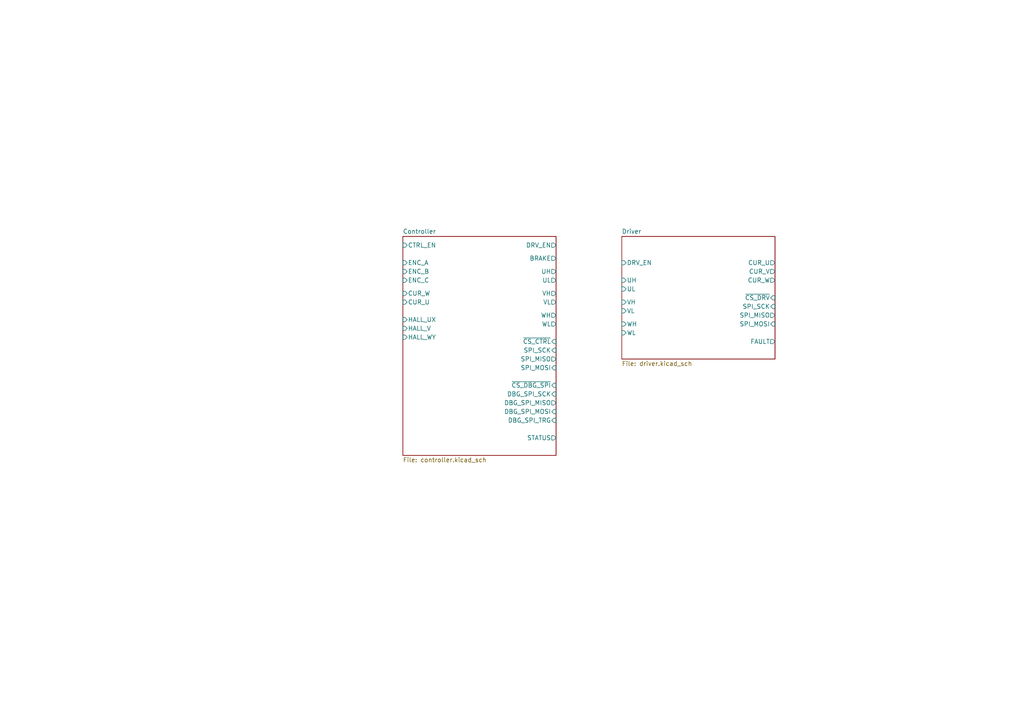
<source format=kicad_sch>
(kicad_sch (version 20230121) (generator eeschema)
  (paper "A4")
  (lib_symbols)
  (sheet (at 116.84 68.58) (size 44.45 63.5) (stroke (width 0.1524))
    (property "Sheetname" "Controller" (at 116.84 67.8684 0) (effects (justify left bottom)))
    (property "Sheetfile" "controller.kicad_sch" (at 116.84 132.6646 0) (effects (justify left top)))
    (pin "ENC_C" input (at 116.84 81.28 180))
    (pin "ENC_A" input (at 116.84 76.2 180))
    (pin "ENC_B" input (at 116.84 78.74 180))
    (pin "HALL_WY" input (at 116.84 97.79 180))
    (pin "HALL_V" input (at 116.84 95.25 180))
    (pin "HALL_UX" input (at 116.84 92.71 180))
    (pin "CTRL_EN" input (at 116.84 71.12 180))
    (pin "~{CS_CTRL}" input (at 161.29 99.06 0))
    (pin "SPI_SCK" input (at 161.29 101.6 0))
    (pin "SPI_MOSI" input (at 161.29 106.68 0))
    (pin "SPI_MISO" output (at 161.29 104.14 0))
    (pin "~{CS_DBG_SPI}" input (at 161.29 111.76 0))
    (pin "DBG_SPI_MOSI" input (at 161.29 119.38 0))
    (pin "DBG_SPI_SCK" input (at 161.29 114.3 0))
    (pin "DBG_SPI_MISO" output (at 161.29 116.84 0))
    (pin "DBG_SPI_TRG" input (at 161.29 121.92 0))
    (pin "CUR_W" input (at 116.84 85.09 180))
    (pin "CUR_U" input (at 116.84 87.63 180))
    (pin "UH" output (at 161.29 78.74 0))
    (pin "UL" output (at 161.29 81.28 0))
    (pin "VH" output (at 161.29 85.09 0))
    (pin "BRAKE" output (at 161.29 74.93 0))
    (pin "STATUS" output (at 161.29 127 0))
    (pin "DRV_EN" output (at 161.29 71.12 0))
    (pin "WH" output (at 161.29 91.44 0))
    (pin "VL" output (at 161.29 87.63 0))
    (pin "WL" output (at 161.29 93.98 0))
  )
  (sheet (at 180.34 68.58) (size 44.45 35.56) (stroke (width 0.1524))
    (property "Sheetname" "Driver" (at 180.34 67.8684 0) (effects (justify left bottom)))
    (property "Sheetfile" "driver.kicad_sch" (at 180.34 104.7246 0) (effects (justify left top)))
    (pin "DRV_EN" input (at 180.34 76.2 180))
    (pin "CUR_U" output (at 224.79 76.2 0))
    (pin "CUR_V" output (at 224.79 78.74 0))
    (pin "WH" input (at 180.34 93.98 180))
    (pin "WL" input (at 180.34 96.52 180))
    (pin "CUR_W" output (at 224.79 81.28 0))
    (pin "FAULT" output (at 224.79 99.06 0))
    (pin "VH" input (at 180.34 87.63 180))
    (pin "VL" input (at 180.34 90.17 180))
    (pin "UL" input (at 180.34 83.82 180))
    (pin "UH" input (at 180.34 81.28 180))
    (pin "SPI_MISO" output (at 224.79 91.44 0))
    (pin "SPI_SCK" input (at 224.79 88.9 0))
    (pin "~{CS_DRV}" input (at 224.79 86.36 0))
    (pin "SPI_MOSI" input (at 224.79 93.98 0))
  )
)
</source>
